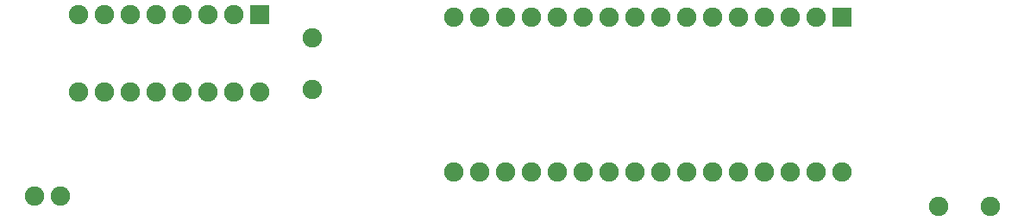
<source format=gbs>
G04 (created by PCBNEW (2013-07-07 BZR 4022)-stable) date 27/01/2014 10:53:56*
%MOIN*%
G04 Gerber Fmt 3.4, Leading zero omitted, Abs format*
%FSLAX34Y34*%
G01*
G70*
G90*
G04 APERTURE LIST*
%ADD10C,0.00590551*%
%ADD11R,0.075X0.075*%
%ADD12C,0.075*%
G04 APERTURE END LIST*
G54D10*
G54D11*
X67343Y-39126D03*
G54D12*
X66343Y-39126D03*
X65343Y-39126D03*
X64343Y-39126D03*
X63343Y-39126D03*
X62343Y-39126D03*
X61343Y-39126D03*
X60343Y-39126D03*
X59343Y-39126D03*
X58343Y-39126D03*
X57343Y-39126D03*
X56343Y-39126D03*
X55343Y-39126D03*
X54343Y-39126D03*
X53343Y-39126D03*
X52343Y-39126D03*
X52343Y-45126D03*
X53343Y-45126D03*
X54343Y-45126D03*
X55343Y-45126D03*
X56343Y-45126D03*
X57343Y-45126D03*
X58343Y-45126D03*
X59343Y-45126D03*
X60343Y-45126D03*
X61343Y-45126D03*
X62343Y-45126D03*
X63343Y-45126D03*
X64343Y-45126D03*
X65343Y-45126D03*
X66343Y-45126D03*
X67343Y-45126D03*
G54D11*
X44839Y-39051D03*
G54D12*
X43839Y-39051D03*
X42839Y-39051D03*
X41839Y-39051D03*
X40839Y-39051D03*
X39839Y-39051D03*
X38839Y-39051D03*
X37839Y-39051D03*
X37839Y-42051D03*
X38839Y-42051D03*
X39839Y-42051D03*
X40839Y-42051D03*
X41839Y-42051D03*
X42839Y-42051D03*
X43839Y-42051D03*
X44839Y-42051D03*
X37114Y-46063D03*
X36114Y-46063D03*
X46850Y-41945D03*
X46850Y-39945D03*
X71047Y-46457D03*
X73047Y-46457D03*
M02*

</source>
